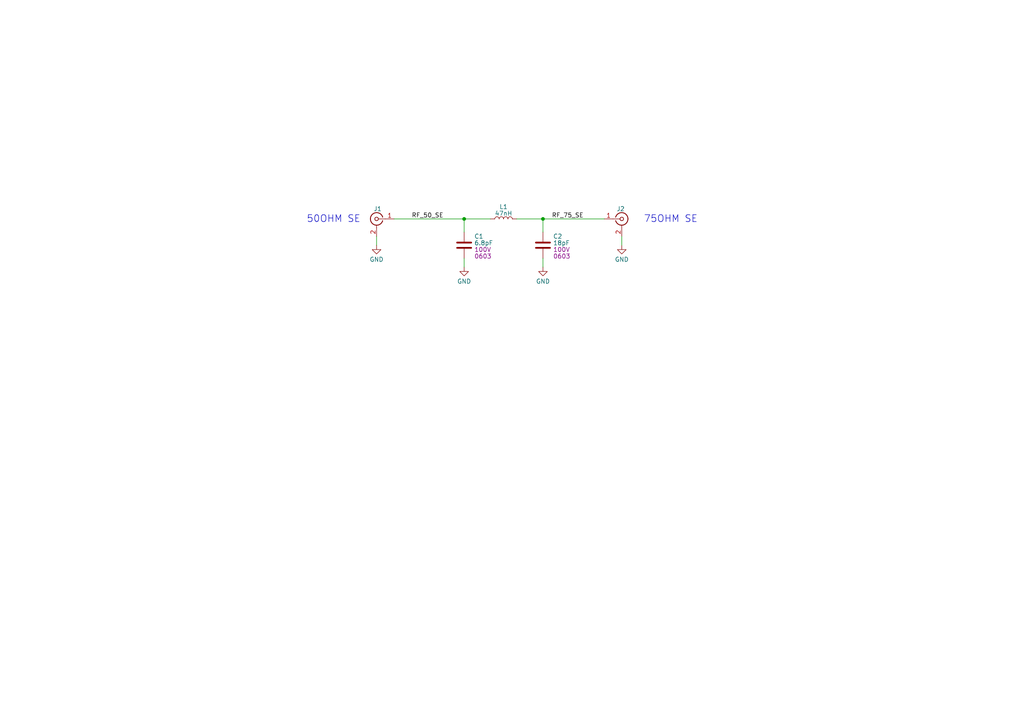
<source format=kicad_sch>
(kicad_sch (version 20230121) (generator eeschema)
  (paper "A4")
  (lib_symbols
    (symbol "Connector:Conn_Coaxial" (pin_names (offset 1.016) hide)
      (property "Reference" "J" (at 0.254 3.048 0))
      (property "Value" "Conn_Coaxial" (at 2.921 0 90))
      (symbol "Conn_Coaxial_0_1"
        (arc (start -1.778 -0.508) (mid 0.2311 -1.8066) (end 1.778 0) (stroke (width 0.254)))
        (polyline (pts (xy -2.54 0) (xy -0.508 0)))
        (polyline (pts (xy 0 -2.54) (xy 0 -1.778)))
        (circle (center 0 0) (radius 0.508) (stroke (width 0.2032)))
        (arc (start 1.778 0) (mid 0.2099 1.8101) (end -1.778 0.508) (stroke (width 0.254)))
      )
      (symbol "Conn_Coaxial_1_1"
        (pin passive line (at -5.08 0 0) (length 2.54) (name "In") (number "1"))
        (pin passive line (at 0 -5.08 90) (length 2.54) (name "Ext") (number "2"))
      )
    )
    (symbol "Device:C" (pin_numbers hide) (pin_names (offset 0.254))
      (property "Reference" "C" (at 0.635 2.54 0))
      (property "Value" "C" (at 0.635 -2.54 0))
      (symbol "C_0_1"
        (polyline (pts (xy -2.032 -0.762) (xy 2.032 -0.762)) (stroke (width 0.508)))
        (polyline (pts (xy -2.032 0.762) (xy 2.032 0.762)) (stroke (width 0.508)))
      )
      (symbol "C_1_1"
        (pin passive line (at 0 3.81 270) (length 2.794) (name "~") (number "1"))
        (pin passive line (at 0 -3.81 90) (length 2.794) (name "~") (number "2"))
      )
    )
    (symbol "Device:L" (pin_numbers hide) (pin_names (offset 1.016) hide)
      (property "Reference" "L" (at -1.27 0 90))
      (property "Value" "L" (at 1.905 0 90))
      (symbol "L_0_1"
        (arc (start 0 -2.54) (mid 0.6323 -1.905) (end 0 -1.27))
        (arc (start 0 -1.27) (mid 0.6323 -0.635) (end 0 0))
        (arc (start 0 0) (mid 0.6323 0.635) (end 0 1.27))
        (arc (start 0 1.27) (mid 0.6323 1.905) (end 0 2.54))
      )
      (symbol "L_1_1"
        (pin passive line (at 0 3.81 270) (length 1.27) (name "1") (number "1"))
        (pin passive line (at 0 -3.81 90) (length 1.27) (name "2") (number "2"))
      )
    )
    (symbol "power:GND" (power) (pin_names (offset 0))
      (property "Value" "GND" (at 0 -3.81 0))
      (symbol "GND_0_1"
        (polyline (pts (xy 0 0) (xy 0 -1.27) (xy 1.27 -1.27) (xy 0 -2.54) (xy -1.27 -1.27) (xy 0 -1.27)))
      )
      (symbol "GND_1_1"
        (pin power_in line (at 0 0 270) (length 0) hide (name "GND") (number "1"))
      )
    )
  )
  (junction (at 157.48 63.5))
  (junction (at 134.62 63.5))
  (wire (pts (xy 134.62 63.5) (xy 142.24 63.5)))
  (wire (pts (xy 134.62 63.5) (xy 134.62 67.31)))
  (wire (pts (xy 114.3 63.5) (xy 134.62 63.5)))
  (wire (pts (xy 180.34 68.58) (xy 180.34 71.12)))
  (wire (pts (xy 134.62 74.93) (xy 134.62 77.47)))
  (wire (pts (xy 157.48 74.93) (xy 157.48 77.47)))
  (wire (pts (xy 109.22 68.58) (xy 109.22 71.12)))
  (wire (pts (xy 149.86 63.5) (xy 157.48 63.5)))
  (wire (pts (xy 157.48 63.5) (xy 157.48 67.31)))
  (wire (pts (xy 157.48 63.5) (xy 175.26 63.5)))
  (text "50OHM SE" (at 88.9 64.77 0) (effects (font (size 2 2)) (justify left bottom)))
  (text "75OHM SE" (at 186.69 64.77 0) (effects (font (size 2 2)) (justify left bottom)))
  (label "RF_50_SE" (at 119.38 63.5 0))
  (label "RF_75_SE" (at 160.02 63.5 0))
  (symbol (lib_id "Device:C") (at 157.48 71.12 0) (unit 1)
    (property "Reference" "C2" (at 160.401 68.5553 0) (effects (justify left)))
    (property "Value" "18pF" (at 160.401 70.4763 0) (effects (justify left)))
    (property "Footprint" "Capacitor_SMD:C_0603_1608Metric" (effects hide))
    (property "Voltage Rating" "100V" (at 160.401 72.3973 0) (effects (justify left)))
    (property "Package Desc" "0603" (at 160.401 74.3183 0) (effects (justify left)))
    (property "Mfr. Part #" "GCM1885C2A180JA16D" (effects hide))
    (property "Manufacturer" "Murata" (effects hide))
    (property "Description" "CAP CER 18PF 100V C0G/NP0 0603" (effects hide))
  )
  (symbol (lib_id "power:GND") (at 157.48 77.47 0) (unit 1)
    (property "Reference" "#PWR03" (effects hide))
    (property "Value" "GND" (at 157.48 81.6055 0))
  )
  (symbol (lib_id "Device:C") (at 134.62 71.12 0) (unit 1)
    (property "Reference" "C1" (at 137.541 68.5553 0) (effects (justify left)))
    (property "Value" "6.8pF" (at 137.541 70.4763 0) (effects (justify left)))
    (property "Footprint" "Capacitor_SMD:C_0603_1608Metric" (effects hide))
    (property "Voltage Rating" "100V" (at 137.541 72.3973 0) (effects (justify left)))
    (property "Package Desc" "0603" (at 137.541 74.3183 0) (effects (justify left)))
    (property "Mfr. Part #" "C0603C689C1GAC7867" (effects hide))
    (property "Manufacturer" "KEMET" (effects hide))
    (property "Description" "CAP CER 6.8PF 100V C0G/NP0 0603" (effects hide))
  )
  (symbol (lib_id "power:GND") (at 180.34 71.12 0) (mirror y) (unit 1)
    (property "Reference" "#PWR04" (effects hide))
    (property "Value" "GND" (at 180.34 75.2555 0))
  )
  (symbol (lib_id "power:GND") (at 134.62 77.47 0) (unit 1)
    (property "Reference" "#PWR02" (effects hide))
    (property "Value" "GND" (at 134.62 81.6055 0))
  )
  (symbol (lib_id "power:GND") (at 109.22 71.12 0) (unit 1)
    (property "Reference" "#PWR01" (effects hide))
    (property "Value" "GND" (at 109.22 75.2555 0))
  )
  (symbol (lib_id "Connector:Conn_Coaxial") (at 180.34 63.5 0) (unit 1)
    (property "Reference" "J2" (at 180.0226 60.5845 0))
    (property "Value" "Conn_Coaxial" (effects hide))
    (property "Footprint" "Repowered_Connectors:Cinch_VF320" (effects hide))
    (property "Datasheet" " ~" (effects hide))
  )
  (symbol (lib_id "Connector:Conn_Coaxial") (at 109.22 63.5 0) (mirror y) (unit 1)
    (property "Reference" "J1" (at 109.5374 60.5845 0))
    (property "Value" "Conn_Coaxial" (effects hide))
    (property "Footprint" "Repowered_Connectors:SMA_Amphenol_132384_EdgeMount" (effects hide))
    (property "Datasheet" " ~" (effects hide))
  )
  (symbol (lib_id "Device:L") (at 146.05 63.5 90) (unit 1)
    (property "Reference" "L1" (at 146.05 59.9847 90))
    (property "Value" "47nH" (at 146.05 61.9057 90))
    (property "Footprint" "Repowered_Inductors_SMD:L_Coilcraft_1111SQ-47N" (effects hide))
    (property "Mfr. Part #" "1111SQ-47NJEC" (effects hide))
  )
)
</source>
